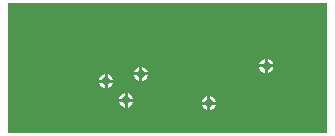
<source format=gbl>
%FSTAX23Y23*%
%MOIN*%
%SFA1B1*%

%IPPOS*%
%ADD19C,0.027560*%
%LNldo_regulator-1*%
%LPD*%
G36*
X0372Y0248D02*
X02657D01*
Y02913*
X0372*
Y0248*
G37*
%LNldo_regulator-2*%
%LPC*%
G36*
X03524Y02727D02*
Y02709D01*
X03542*
X03539Y02717*
X03532Y02724*
X03524Y02727*
G37*
G36*
X03514D02*
X03505Y02724D01*
X03498Y02717*
X03495Y02709*
X03514*
Y02727*
G37*
G36*
X03105Y027D02*
Y02682D01*
X03124*
X0312Y0269*
X03113Y02697*
X03105Y027*
G37*
G36*
X03095D02*
X03086Y02697D01*
X0308Y0269*
X03076Y02682*
X03095*
Y027*
G37*
G36*
X03542Y02699D02*
X03524D01*
Y0268*
X03532Y02684*
X03539Y0269*
X03542Y02699*
G37*
G36*
X03514D02*
X03495D01*
X03498Y0269*
X03505Y02684*
X03514Y0268*
Y02699*
G37*
G36*
X0299Y02676D02*
Y02657D01*
X03008*
X03005Y02666*
X02998Y02672*
X0299Y02676*
G37*
G36*
X0298D02*
X02971Y02672D01*
X02964Y02666*
X02961Y02657*
X0298*
Y02676*
G37*
G36*
X03124Y02672D02*
X03105D01*
Y02653*
X03113Y02657*
X0312Y02663*
X03124Y02672*
G37*
G36*
X03095D02*
X03076D01*
X0308Y02663*
X03086Y02657*
X03095Y02653*
Y02672*
G37*
G36*
X03008Y02647D02*
X0299D01*
Y02628*
X02998Y02632*
X03005Y02639*
X03008Y02647*
G37*
G36*
X0298D02*
X02961D01*
X02964Y02639*
X02971Y02632*
X0298Y02628*
Y02647*
G37*
G36*
X03056Y02612D02*
Y02593D01*
X03074*
X03071Y02602*
X03064Y02608*
X03056Y02612*
G37*
G36*
X03046D02*
X03037Y02608D01*
X03031Y02602*
X03027Y02593*
X03046*
Y02612*
G37*
G36*
X03331Y02602D02*
Y02583D01*
X0335*
X03346Y02592*
X0334Y02598*
X03331Y02602*
G37*
G36*
X03321D02*
X03313Y02598D01*
X03306Y02592*
X03303Y02583*
X03321*
Y02602*
G37*
G36*
X03074Y02583D02*
X03056D01*
Y02564*
X03064Y02568*
X03071Y02575*
X03074Y02583*
G37*
G36*
X03046D02*
X03027D01*
X03031Y02575*
X03037Y02568*
X03046Y02564*
Y02583*
G37*
G36*
X0335Y02573D02*
X03331D01*
Y02555*
X0334Y02558*
X03346Y02565*
X0335Y02573*
G37*
G36*
X03321D02*
X03303D01*
X03306Y02565*
X03313Y02558*
X03321Y02555*
Y02573*
G37*
%LNldo_regulator-3*%
%LPD*%
G54D19*
X031Y02677D03*
X03519Y02704D03*
X03051Y02588D03*
X02985Y02652D03*
X03326Y02578D03*
M02*
</source>
